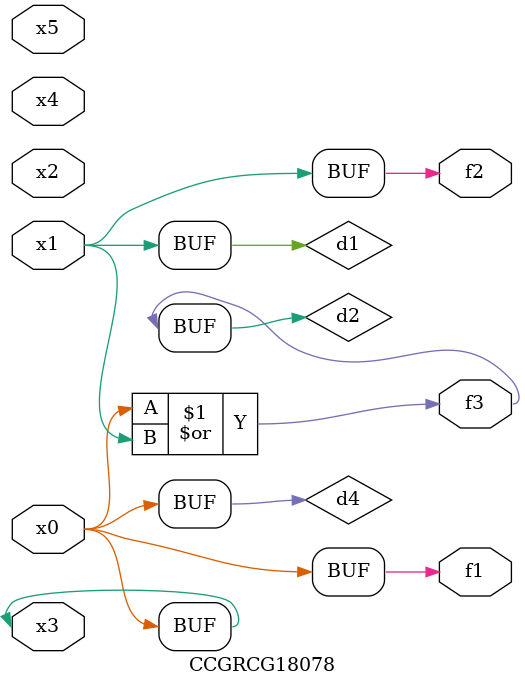
<source format=v>
module CCGRCG18078(
	input x0, x1, x2, x3, x4, x5,
	output f1, f2, f3
);

	wire d1, d2, d3, d4;

	and (d1, x1);
	or (d2, x0, x1);
	nand (d3, x0, x5);
	buf (d4, x0, x3);
	assign f1 = d4;
	assign f2 = d1;
	assign f3 = d2;
endmodule

</source>
